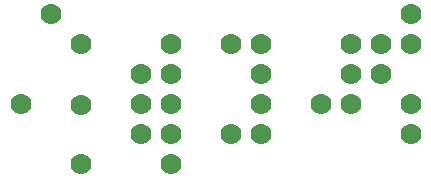
<source format=gtl>
G75*
%MOIN*%
%OFA0B0*%
%FSLAX25Y25*%
%IPPOS*%
%LPD*%
%AMOC8*
5,1,8,0,0,1.08239X$1,22.5*
%
%ADD10C,0.07000*%
D10*
X0031000Y0011157D03*
X0051000Y0021000D03*
X0061000Y0021000D03*
X0081000Y0021000D03*
X0091000Y0021000D03*
X0091000Y0031000D03*
X0091000Y0041000D03*
X0091000Y0051000D03*
X0081000Y0051000D03*
X0061000Y0051000D03*
X0061000Y0041000D03*
X0051000Y0041000D03*
X0051000Y0031000D03*
X0061000Y0031000D03*
X0031000Y0030843D03*
X0011000Y0031000D03*
X0031000Y0051000D03*
X0021000Y0061000D03*
X0111000Y0031000D03*
X0121000Y0031000D03*
X0121000Y0041000D03*
X0131000Y0041000D03*
X0141000Y0031000D03*
X0141000Y0021000D03*
X0141000Y0051000D03*
X0131000Y0051000D03*
X0121000Y0051000D03*
X0141000Y0061000D03*
X0061000Y0011000D03*
M02*

</source>
